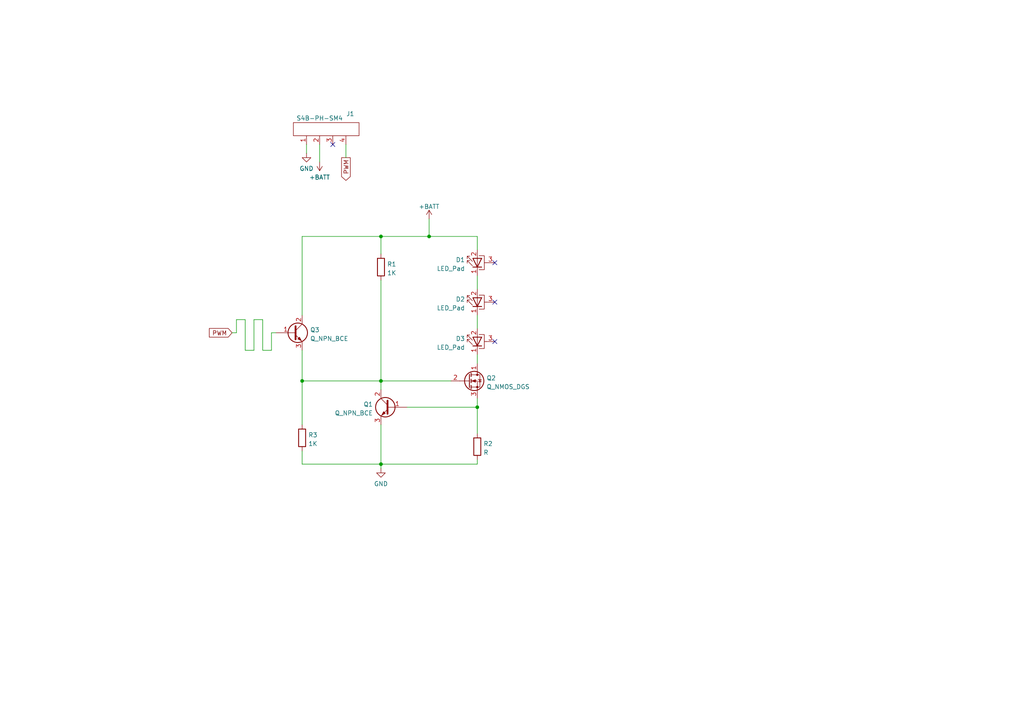
<source format=kicad_sch>
(kicad_sch (version 20211123) (generator eeschema)
  (paper "A4")
  (lib_symbols
    (symbol "Custom:S4B-PH-SM4"
      (property "Reference" "J" (at 0 0 0))
      (property "Value" "S4B-PH-SM4" (at 0 0 0))
      (symbol "S4B-PH-SM4_0_1"
        (rectangle (start -1.27 -2.54) (end 2.54 -21.59) (stroke (width 0.1524)))
      )
      (symbol "S4B-PH-SM4_1_1"
        (pin power_out line (at -3.81 -6.35 0) (length 2.54) (name "") (number "1"))
        (pin power_out line (at -3.81 -10.16 0) (length 2.54) (name "") (number "2"))
        (pin passive line (at -3.81 -13.97 0) (length 2.54) (name "") (number "3"))
        (pin passive line (at -3.81 -17.78 0) (length 2.54) (name "") (number "4"))
      )
    )
    (symbol "Device:LED_Pad" (pin_names (offset 1.016) hide)
      (property "Reference" "D" (at 0 5.715 0))
      (property "Value" "LED_Pad" (at 0 3.81 0))
      (symbol "LED_Pad_0_1"
        (polyline (pts (xy -1.27 -1.27) (xy -1.27 1.27)) (stroke (width 0.254)))
        (polyline (pts (xy -1.27 0) (xy 1.27 0)))
        (polyline (pts (xy 0 -2.54) (xy 0 -2.032)))
        (polyline (pts (xy -2.032 -0.508) (xy -2.032 -2.032) (xy 2.032 -2.032) (xy 2.032 -0.508)))
        (polyline (pts (xy 1.27 -1.27) (xy 1.27 1.27) (xy -1.27 0) (xy 1.27 -1.27)) (stroke (width 0.254)))
        (polyline (pts (xy -0.889 1.397) (xy 0.635 2.921) (xy -0.127 2.921) (xy 0.635 2.921) (xy 0.635 2.159)))
        (polyline (pts (xy 0.381 1.397) (xy 1.905 2.921) (xy 1.143 2.921) (xy 1.905 2.921) (xy 1.905 2.159)))
      )
      (symbol "LED_Pad_1_1"
        (pin passive line (at -3.81 0 0) (length 2.54) (name "K") (number "1"))
        (pin passive line (at 3.81 0 180) (length 2.54) (name "A") (number "2"))
        (pin passive line (at 0 -5.08 90) (length 2.54) (name "PAD") (number "3"))
      )
    )
    (symbol "Device:Q_NMOS_DGS" (pin_names (offset 0) hide)
      (property "Reference" "Q" (at 5.08 1.27 0))
      (property "Value" "Q_NMOS_DGS" (at 5.08 -1.27 0))
      (symbol "Q_NMOS_DGS_0_1"
        (polyline (pts (xy 0.254 0) (xy -2.54 0)))
        (polyline (pts (xy 0.254 1.905) (xy 0.254 -1.905)) (stroke (width 0.254)))
        (polyline (pts (xy 0.762 -1.27) (xy 0.762 -2.286)) (stroke (width 0.254)))
        (polyline (pts (xy 0.762 0.508) (xy 0.762 -0.508)) (stroke (width 0.254)))
        (polyline (pts (xy 0.762 2.286) (xy 0.762 1.27)) (stroke (width 0.254)))
        (polyline (pts (xy 2.54 2.54) (xy 2.54 1.778)))
        (polyline (pts (xy 2.54 -2.54) (xy 2.54 0) (xy 0.762 0)))
        (polyline (pts (xy 0.762 -1.778) (xy 3.302 -1.778) (xy 3.302 1.778) (xy 0.762 1.778)))
        (polyline (pts (xy 1.016 0) (xy 2.032 0.381) (xy 2.032 -0.381) (xy 1.016 0)) (fill (type outline)))
        (polyline (pts (xy 2.794 0.508) (xy 2.921 0.381) (xy 3.683 0.381) (xy 3.81 0.254)))
        (polyline (pts (xy 3.302 0.381) (xy 2.921 -0.254) (xy 3.683 -0.254) (xy 3.302 0.381)))
        (circle (center 1.651 0) (radius 2.794) (stroke (width 0.254)))
        (circle (center 2.54 -1.778) (radius 0.254) (fill (type outline)))
        (circle (center 2.54 1.778) (radius 0.254) (fill (type outline)))
      )
      (symbol "Q_NMOS_DGS_1_1"
        (pin passive line (at 2.54 5.08 270) (length 2.54) (name "D") (number "1"))
        (pin input line (at -5.08 0 0) (length 2.54) (name "G") (number "2"))
        (pin passive line (at 2.54 -5.08 90) (length 2.54) (name "S") (number "3"))
      )
    )
    (symbol "Device:Q_NPN_BCE" (pin_names (offset 0) hide)
      (property "Reference" "Q" (at 5.08 1.27 0))
      (property "Value" "Q_NPN_BCE" (at 5.08 -1.27 0))
      (symbol "Q_NPN_BCE_0_1"
        (polyline (pts (xy 0.635 0.635) (xy 2.54 2.54)))
        (polyline (pts (xy 0.635 -0.635) (xy 2.54 -2.54) (xy 2.54 -2.54)))
        (polyline (pts (xy 0.635 1.905) (xy 0.635 -1.905) (xy 0.635 -1.905)) (stroke (width 0.508)))
        (polyline (pts (xy 1.27 -1.778) (xy 1.778 -1.27) (xy 2.286 -2.286) (xy 1.27 -1.778) (xy 1.27 -1.778)) (fill (type outline)))
        (circle (center 1.27 0) (radius 2.8194) (stroke (width 0.254)))
      )
      (symbol "Q_NPN_BCE_1_1"
        (pin input line (at -5.08 0 0) (length 5.715) (name "B") (number "1"))
        (pin passive line (at 2.54 5.08 270) (length 2.54) (name "C") (number "2"))
        (pin passive line (at 2.54 -5.08 90) (length 2.54) (name "E") (number "3"))
      )
    )
    (symbol "Device:R" (pin_numbers hide) (pin_names (offset 0))
      (property "Reference" "R" (at 2.032 0 90))
      (property "Value" "R" (at 0 0 90))
      (symbol "R_0_1"
        (rectangle (start -1.016 -2.54) (end 1.016 2.54) (stroke (width 0.254)))
      )
      (symbol "R_1_1"
        (pin passive line (at 0 3.81 270) (length 1.27) (name "~") (number "1"))
        (pin passive line (at 0 -3.81 90) (length 1.27) (name "~") (number "2"))
      )
    )
    (symbol "power:+BATT" (power) (pin_names (offset 0))
      (property "Value" "+BATT" (at 0 3.556 0))
      (symbol "+BATT_0_1"
        (polyline (pts (xy -0.762 1.27) (xy 0 2.54)))
        (polyline (pts (xy 0 0) (xy 0 2.54)))
        (polyline (pts (xy 0 2.54) (xy 0.762 1.27)))
      )
      (symbol "+BATT_1_1"
        (pin power_in line (at 0 0 90) (length 0) hide (name "+BATT") (number "1"))
      )
    )
    (symbol "power:GND" (power) (pin_names (offset 0))
      (property "Value" "GND" (at 0 -3.81 0))
      (symbol "GND_0_1"
        (polyline (pts (xy 0 0) (xy 0 -1.27) (xy 1.27 -1.27) (xy 0 -2.54) (xy -1.27 -1.27) (xy 0 -1.27)))
      )
      (symbol "GND_1_1"
        (pin power_in line (at 0 0 270) (length 0) hide (name "GND") (number "1"))
      )
    )
  )
  (junction (at 110.49 110.49))
  (junction (at 87.63 110.49))
  (junction (at 110.49 134.62))
  (junction (at 138.43 118.11))
  (junction (at 124.46 68.58))
  (junction (at 110.49 68.58))
  (no_connect (at 96.52 41.91))
  (no_connect (at 143.51 76.2))
  (no_connect (at 143.51 87.63))
  (no_connect (at 143.51 99.06))
  (wire (pts (xy 118.11 118.11) (xy 138.43 118.11)))
  (wire (pts (xy 138.43 102.87) (xy 138.43 105.41)))
  (wire (pts (xy 110.49 123.19) (xy 110.49 134.62)))
  (wire (pts (xy 73.66 92.71) (xy 76.2 92.71)))
  (wire (pts (xy 100.33 41.91) (xy 100.33 45.72)))
  (wire (pts (xy 67.31 96.52) (xy 68.58 96.52)))
  (wire (pts (xy 76.2 92.71) (xy 76.2 101.6)))
  (wire (pts (xy 87.63 134.62) (xy 110.49 134.62)))
  (wire (pts (xy 71.12 92.71) (xy 71.12 101.6)))
  (wire (pts (xy 138.43 115.57) (xy 138.43 118.11)))
  (wire (pts (xy 88.9 41.91) (xy 88.9 44.45)))
  (wire (pts (xy 92.71 41.91) (xy 92.71 46.99)))
  (wire (pts (xy 124.46 63.5) (xy 124.46 68.58)))
  (wire (pts (xy 138.43 80.01) (xy 138.43 83.82)))
  (wire (pts (xy 73.66 101.6) (xy 73.66 92.71)))
  (wire (pts (xy 138.43 72.39) (xy 138.43 68.58)))
  (wire (pts (xy 110.49 134.62) (xy 138.43 134.62)))
  (wire (pts (xy 130.81 110.49) (xy 110.49 110.49)))
  (wire (pts (xy 76.2 101.6) (xy 78.74 101.6)))
  (wire (pts (xy 71.12 101.6) (xy 73.66 101.6)))
  (wire (pts (xy 138.43 68.58) (xy 124.46 68.58)))
  (wire (pts (xy 110.49 134.62) (xy 110.49 135.89)))
  (wire (pts (xy 87.63 110.49) (xy 110.49 110.49)))
  (wire (pts (xy 110.49 68.58) (xy 110.49 73.66)))
  (wire (pts (xy 87.63 130.81) (xy 87.63 134.62)))
  (wire (pts (xy 87.63 110.49) (xy 87.63 123.19)))
  (wire (pts (xy 78.74 101.6) (xy 78.74 96.52)))
  (wire (pts (xy 138.43 118.11) (xy 138.43 125.73)))
  (wire (pts (xy 110.49 68.58) (xy 87.63 68.58)))
  (wire (pts (xy 138.43 91.44) (xy 138.43 95.25)))
  (wire (pts (xy 110.49 81.28) (xy 110.49 110.49)))
  (wire (pts (xy 110.49 110.49) (xy 110.49 113.03)))
  (wire (pts (xy 87.63 101.6) (xy 87.63 110.49)))
  (wire (pts (xy 87.63 68.58) (xy 87.63 91.44)))
  (wire (pts (xy 78.74 96.52) (xy 80.01 96.52)))
  (wire (pts (xy 124.46 68.58) (xy 110.49 68.58)))
  (wire (pts (xy 68.58 92.71) (xy 71.12 92.71)))
  (wire (pts (xy 138.43 134.62) (xy 138.43 133.35)))
  (wire (pts (xy 68.58 96.52) (xy 68.58 92.71)))
  (global_label "PWM" (shape input) (at 67.31 96.52 180) (property "Intersheet References" "${INTERSHEET_REFS}" (effects hide)))
  (global_label "PWM" (shape output) (at 100.33 45.72 270) (property "Intersheet References" "${INTERSHEET_REFS}" (effects hide)))
  (symbol (lib_id "Device:LED_Pad") (at 138.43 99.06 90) (unit 1)
    (property "Reference" "D3" (at 134.8741 98.2253 90) (effects (justify left)))
    (property "Value" "LED_Pad" (at 134.8741 100.7622 90) (effects (justify left)))
    (property "Footprint" "LED_SMD:LED_Cree-XHP50_6V" (effects hide))
  )
  (symbol (lib_id "power:+BATT") (at 92.71 46.99 180) (unit 1)
    (property "Reference" "#PWR04" (effects hide))
    (property "Value" "+BATT" (at 92.71 51.4334 0))
  )
  (symbol (lib_id "Device:Q_NMOS_DGS") (at 135.89 110.49 0) (unit 1)
    (property "Reference" "Q2" (at 141.097 109.6553 0) (effects (justify left)))
    (property "Value" "Q_NMOS_DGS" (at 141.097 112.1922 0) (effects (justify left)))
    (property "Footprint" "Package_TO_SOT_SMD:SOT-23" (effects hide))
    (property "JLC" "C20917" (effects hide))
  )
  (symbol (lib_id "power:+BATT") (at 124.46 63.5 0) (unit 1)
    (property "Reference" "#PWR03" (effects hide))
    (property "Value" "+BATT" (at 124.46 59.9242 0))
  )
  (symbol (lib_id "Custom:S4B-PH-SM4") (at 82.55 38.1 90) (unit 1)
    (property "Reference" "J1" (at 101.6 33.02 90))
    (property "Value" "S4B-PH-SM4" (at 92.71 34.29 90))
    (property "Footprint" "Connector_JST:JST_PH_S4B-PH-SM4-TB_1x04-1MP_P2.00mm_Horizontal" (effects hide))
  )
  (symbol (lib_id "Device:LED_Pad") (at 138.43 87.63 90) (unit 1)
    (property "Reference" "D2" (at 134.8741 86.7953 90) (effects (justify left)))
    (property "Value" "LED_Pad" (at 134.8741 89.3322 90) (effects (justify left)))
    (property "Footprint" "LED_SMD:LED_Cree-XHP50_6V" (effects hide))
  )
  (symbol (lib_id "power:GND") (at 88.9 44.45 0) (unit 1)
    (property "Reference" "#PWR02" (effects hide))
    (property "Value" "GND" (at 88.9 48.8934 0))
  )
  (symbol (lib_id "Device:R") (at 110.49 77.47 0) (unit 1)
    (property "Reference" "R1" (at 112.268 76.6353 0) (effects (justify left)))
    (property "Value" "1K" (at 112.268 79.1722 0) (effects (justify left)))
    (property "Footprint" "Resistor_SMD:R_0603_1608Metric" (effects hide))
  )
  (symbol (lib_id "Device:R") (at 138.43 129.54 0) (unit 1)
    (property "Reference" "R2" (at 140.208 128.7053 0) (effects (justify left)))
    (property "Value" "R" (at 140.208 131.2422 0) (effects (justify left)))
    (property "Footprint" "Resistor_SMD:R_0603_1608Metric" (effects hide))
  )
  (symbol (lib_id "Device:Q_NPN_BCE") (at 113.03 118.11 0) (mirror y) (unit 1)
    (property "Reference" "Q1" (at 108.1787 117.2753 0) (effects (justify left)))
    (property "Value" "Q_NPN_BCE" (at 108.1787 119.8122 0) (effects (justify left)))
    (property "Footprint" "Package_TO_SOT_SMD:SOT-23" (effects hide))
    (property "JLC" "C2150" (effects hide))
  )
  (symbol (lib_id "power:GND") (at 110.49 135.89 0) (unit 1)
    (property "Reference" "#PWR01" (effects hide))
    (property "Value" "GND" (at 110.49 140.3334 0))
  )
  (symbol (lib_id "Device:Q_NPN_BCE") (at 85.09 96.52 0) (unit 1)
    (property "Reference" "Q3" (at 89.9414 95.6853 0) (effects (justify left)))
    (property "Value" "Q_NPN_BCE" (at 89.9414 98.2222 0) (effects (justify left)))
    (property "Footprint" "Package_TO_SOT_SMD:SOT-23" (effects hide))
    (property "JLC" "C2150" (effects hide))
  )
  (symbol (lib_id "Device:R") (at 87.63 127 0) (unit 1)
    (property "Reference" "R3" (at 89.408 126.1653 0) (effects (justify left)))
    (property "Value" "1K" (at 89.408 128.7022 0) (effects (justify left)))
    (property "Footprint" "Resistor_SMD:R_0603_1608Metric" (effects hide))
  )
  (symbol (lib_id "Device:LED_Pad") (at 138.43 76.2 90) (unit 1)
    (property "Reference" "D1" (at 134.8741 75.3653 90) (effects (justify left)))
    (property "Value" "LED_Pad" (at 134.8741 77.9022 90) (effects (justify left)))
    (property "Footprint" "LED_SMD:LED_Cree-XHP50_6V" (effects hide))
  )
)
</source>
